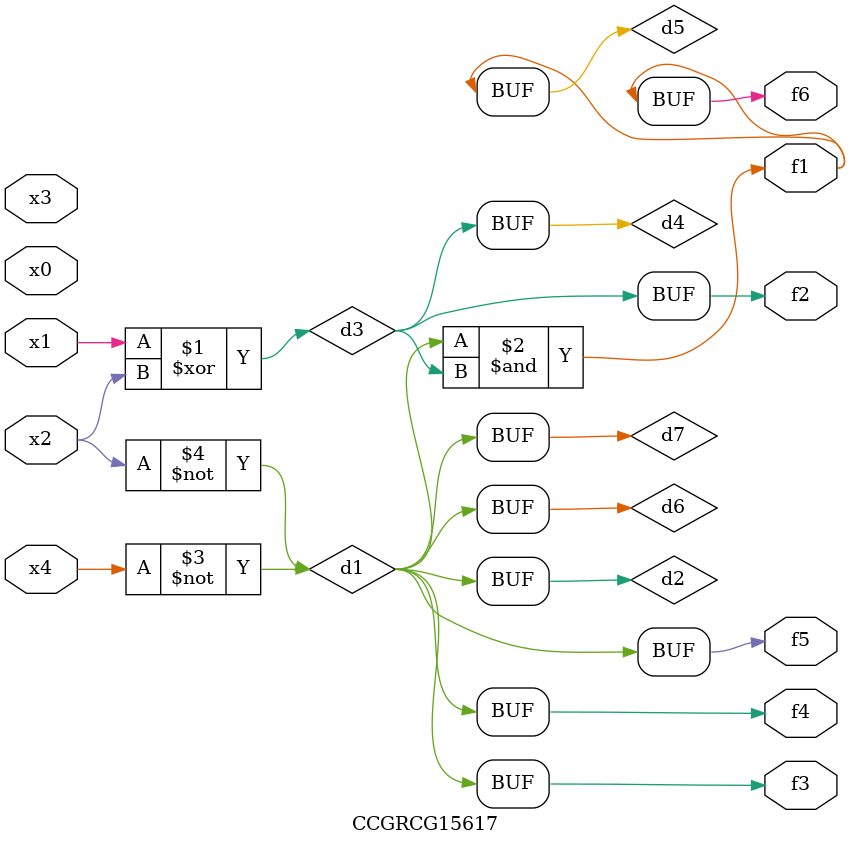
<source format=v>
module CCGRCG15617(
	input x0, x1, x2, x3, x4,
	output f1, f2, f3, f4, f5, f6
);

	wire d1, d2, d3, d4, d5, d6, d7;

	not (d1, x4);
	not (d2, x2);
	xor (d3, x1, x2);
	buf (d4, d3);
	and (d5, d1, d3);
	buf (d6, d1, d2);
	buf (d7, d2);
	assign f1 = d5;
	assign f2 = d4;
	assign f3 = d7;
	assign f4 = d7;
	assign f5 = d7;
	assign f6 = d5;
endmodule

</source>
